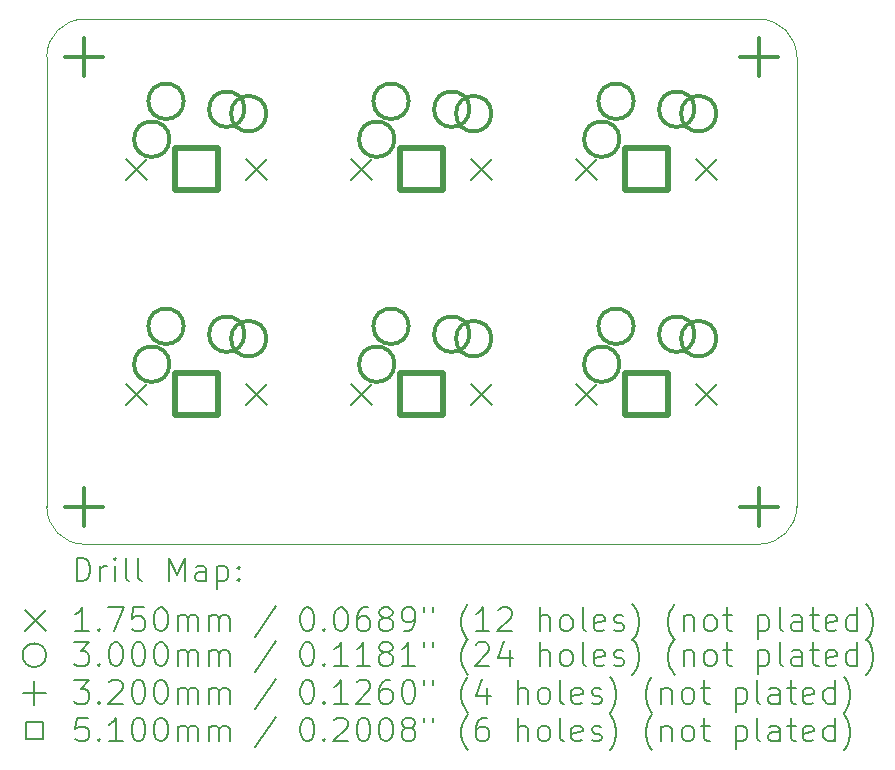
<source format=gbr>
%FSLAX45Y45*%
G04 Gerber Fmt 4.5, Leading zero omitted, Abs format (unit mm)*
G04 Created by KiCad (PCBNEW (6.0.2)) date 2022-08-23 14:49:38*
%MOMM*%
%LPD*%
G01*
G04 APERTURE LIST*
%TA.AperFunction,Profile*%
%ADD10C,0.100000*%
%TD*%
%ADD11C,0.200000*%
%ADD12C,0.175000*%
%ADD13C,0.300000*%
%ADD14C,0.320000*%
%ADD15C,0.510000*%
G04 APERTURE END LIST*
D10*
X25677834Y-16013920D02*
X25677834Y-12203916D01*
X25677834Y-12203916D02*
G75*
G03*
X25360334Y-11886416I-317500J0D01*
G01*
X19645329Y-11886416D02*
X25360334Y-11886416D01*
X19327829Y-16013920D02*
G75*
G03*
X19645329Y-16331420I317500J0D01*
G01*
X25360334Y-16331420D02*
X19645329Y-16331420D01*
X19645329Y-11886416D02*
G75*
G03*
X19327829Y-12203916I0J-317500D01*
G01*
X25360334Y-16331420D02*
G75*
G03*
X25677834Y-16013920I0J317500D01*
G01*
X19327829Y-16013920D02*
X19327829Y-12203916D01*
D11*
D12*
X20002330Y-13068917D02*
X20177330Y-13243917D01*
X20177330Y-13068917D02*
X20002330Y-13243917D01*
X20002330Y-14973919D02*
X20177330Y-15148919D01*
X20177330Y-14973919D02*
X20002330Y-15148919D01*
X21018330Y-13068917D02*
X21193330Y-13243917D01*
X21193330Y-13068917D02*
X21018330Y-13243917D01*
X21018330Y-14973919D02*
X21193330Y-15148919D01*
X21193330Y-14973919D02*
X21018330Y-15148919D01*
X21907331Y-13068917D02*
X22082331Y-13243917D01*
X22082331Y-13068917D02*
X21907331Y-13243917D01*
X21907331Y-14973919D02*
X22082331Y-15148919D01*
X22082331Y-14973919D02*
X21907331Y-15148919D01*
X22923331Y-13068917D02*
X23098331Y-13243917D01*
X23098331Y-13068917D02*
X22923331Y-13243917D01*
X22923331Y-14973919D02*
X23098331Y-15148919D01*
X23098331Y-14973919D02*
X22923331Y-15148919D01*
X23812333Y-13068917D02*
X23987333Y-13243917D01*
X23987333Y-13068917D02*
X23812333Y-13243917D01*
X23812333Y-14973919D02*
X23987333Y-15148919D01*
X23987333Y-14973919D02*
X23812333Y-15148919D01*
X24828333Y-13068917D02*
X25003333Y-13243917D01*
X25003333Y-13068917D02*
X24828333Y-13243917D01*
X24828333Y-14973919D02*
X25003333Y-15148919D01*
X25003333Y-14973919D02*
X24828333Y-15148919D01*
D13*
X20366830Y-12902417D02*
G75*
G03*
X20366830Y-12902417I-150000J0D01*
G01*
X20366830Y-14807419D02*
G75*
G03*
X20366830Y-14807419I-150000J0D01*
G01*
X20487830Y-12581417D02*
G75*
G03*
X20487830Y-12581417I-150000J0D01*
G01*
X20487830Y-14486419D02*
G75*
G03*
X20487830Y-14486419I-150000J0D01*
G01*
X21001830Y-12648417D02*
G75*
G03*
X21001830Y-12648417I-150000J0D01*
G01*
X21001830Y-14553419D02*
G75*
G03*
X21001830Y-14553419I-150000J0D01*
G01*
X21187830Y-12686417D02*
G75*
G03*
X21187830Y-12686417I-150000J0D01*
G01*
X21187830Y-14591419D02*
G75*
G03*
X21187830Y-14591419I-150000J0D01*
G01*
X22271831Y-12902417D02*
G75*
G03*
X22271831Y-12902417I-150000J0D01*
G01*
X22271831Y-14807419D02*
G75*
G03*
X22271831Y-14807419I-150000J0D01*
G01*
X22392831Y-12581417D02*
G75*
G03*
X22392831Y-12581417I-150000J0D01*
G01*
X22392831Y-14486419D02*
G75*
G03*
X22392831Y-14486419I-150000J0D01*
G01*
X22906831Y-12648417D02*
G75*
G03*
X22906831Y-12648417I-150000J0D01*
G01*
X22906831Y-14553419D02*
G75*
G03*
X22906831Y-14553419I-150000J0D01*
G01*
X23092831Y-12686417D02*
G75*
G03*
X23092831Y-12686417I-150000J0D01*
G01*
X23092831Y-14591419D02*
G75*
G03*
X23092831Y-14591419I-150000J0D01*
G01*
X24176833Y-12902417D02*
G75*
G03*
X24176833Y-12902417I-150000J0D01*
G01*
X24176833Y-14807419D02*
G75*
G03*
X24176833Y-14807419I-150000J0D01*
G01*
X24297833Y-12581417D02*
G75*
G03*
X24297833Y-12581417I-150000J0D01*
G01*
X24297833Y-14486419D02*
G75*
G03*
X24297833Y-14486419I-150000J0D01*
G01*
X24811833Y-12648417D02*
G75*
G03*
X24811833Y-12648417I-150000J0D01*
G01*
X24811833Y-14553419D02*
G75*
G03*
X24811833Y-14553419I-150000J0D01*
G01*
X24997833Y-12686417D02*
G75*
G03*
X24997833Y-12686417I-150000J0D01*
G01*
X24997833Y-14591419D02*
G75*
G03*
X24997833Y-14591419I-150000J0D01*
G01*
D14*
X19645329Y-12043916D02*
X19645329Y-12363916D01*
X19485329Y-12203916D02*
X19805329Y-12203916D01*
X19645329Y-15853920D02*
X19645329Y-16173920D01*
X19485329Y-16013920D02*
X19805329Y-16013920D01*
X25360334Y-12043916D02*
X25360334Y-12363916D01*
X25200334Y-12203916D02*
X25520334Y-12203916D01*
X25360334Y-15853920D02*
X25360334Y-16173920D01*
X25200334Y-16013920D02*
X25520334Y-16013920D01*
D15*
X20778144Y-13336731D02*
X20778144Y-12976103D01*
X20417516Y-12976103D01*
X20417516Y-13336731D01*
X20778144Y-13336731D01*
X20778144Y-15241733D02*
X20778144Y-14881105D01*
X20417516Y-14881105D01*
X20417516Y-15241733D01*
X20778144Y-15241733D01*
X22683145Y-13336731D02*
X22683145Y-12976103D01*
X22322517Y-12976103D01*
X22322517Y-13336731D01*
X22683145Y-13336731D01*
X22683145Y-15241733D02*
X22683145Y-14881105D01*
X22322517Y-14881105D01*
X22322517Y-15241733D01*
X22683145Y-15241733D01*
X24588147Y-13336731D02*
X24588147Y-12976103D01*
X24227519Y-12976103D01*
X24227519Y-13336731D01*
X24588147Y-13336731D01*
X24588147Y-15241733D02*
X24588147Y-14881105D01*
X24227519Y-14881105D01*
X24227519Y-15241733D01*
X24588147Y-15241733D01*
D11*
X19580448Y-16646896D02*
X19580448Y-16446896D01*
X19628067Y-16446896D01*
X19656639Y-16456420D01*
X19675686Y-16475467D01*
X19685210Y-16494515D01*
X19694734Y-16532610D01*
X19694734Y-16561182D01*
X19685210Y-16599277D01*
X19675686Y-16618324D01*
X19656639Y-16637372D01*
X19628067Y-16646896D01*
X19580448Y-16646896D01*
X19780448Y-16646896D02*
X19780448Y-16513562D01*
X19780448Y-16551658D02*
X19789972Y-16532610D01*
X19799496Y-16523086D01*
X19818543Y-16513562D01*
X19837591Y-16513562D01*
X19904258Y-16646896D02*
X19904258Y-16513562D01*
X19904258Y-16446896D02*
X19894734Y-16456420D01*
X19904258Y-16465943D01*
X19913781Y-16456420D01*
X19904258Y-16446896D01*
X19904258Y-16465943D01*
X20028067Y-16646896D02*
X20009019Y-16637372D01*
X19999496Y-16618324D01*
X19999496Y-16446896D01*
X20132829Y-16646896D02*
X20113781Y-16637372D01*
X20104258Y-16618324D01*
X20104258Y-16446896D01*
X20361400Y-16646896D02*
X20361400Y-16446896D01*
X20428067Y-16589753D01*
X20494734Y-16446896D01*
X20494734Y-16646896D01*
X20675686Y-16646896D02*
X20675686Y-16542134D01*
X20666162Y-16523086D01*
X20647115Y-16513562D01*
X20609019Y-16513562D01*
X20589972Y-16523086D01*
X20675686Y-16637372D02*
X20656639Y-16646896D01*
X20609019Y-16646896D01*
X20589972Y-16637372D01*
X20580448Y-16618324D01*
X20580448Y-16599277D01*
X20589972Y-16580229D01*
X20609019Y-16570705D01*
X20656639Y-16570705D01*
X20675686Y-16561182D01*
X20770924Y-16513562D02*
X20770924Y-16713562D01*
X20770924Y-16523086D02*
X20789972Y-16513562D01*
X20828067Y-16513562D01*
X20847115Y-16523086D01*
X20856639Y-16532610D01*
X20866162Y-16551658D01*
X20866162Y-16608801D01*
X20856639Y-16627848D01*
X20847115Y-16637372D01*
X20828067Y-16646896D01*
X20789972Y-16646896D01*
X20770924Y-16637372D01*
X20951877Y-16627848D02*
X20961400Y-16637372D01*
X20951877Y-16646896D01*
X20942353Y-16637372D01*
X20951877Y-16627848D01*
X20951877Y-16646896D01*
X20951877Y-16523086D02*
X20961400Y-16532610D01*
X20951877Y-16542134D01*
X20942353Y-16532610D01*
X20951877Y-16523086D01*
X20951877Y-16542134D01*
D12*
X19147829Y-16888920D02*
X19322829Y-17063920D01*
X19322829Y-16888920D02*
X19147829Y-17063920D01*
D11*
X19685210Y-17066896D02*
X19570924Y-17066896D01*
X19628067Y-17066896D02*
X19628067Y-16866896D01*
X19609019Y-16895467D01*
X19589972Y-16914515D01*
X19570924Y-16924039D01*
X19770924Y-17047848D02*
X19780448Y-17057372D01*
X19770924Y-17066896D01*
X19761400Y-17057372D01*
X19770924Y-17047848D01*
X19770924Y-17066896D01*
X19847115Y-16866896D02*
X19980448Y-16866896D01*
X19894734Y-17066896D01*
X20151877Y-16866896D02*
X20056639Y-16866896D01*
X20047115Y-16962134D01*
X20056639Y-16952610D01*
X20075686Y-16943086D01*
X20123305Y-16943086D01*
X20142353Y-16952610D01*
X20151877Y-16962134D01*
X20161400Y-16981182D01*
X20161400Y-17028801D01*
X20151877Y-17047848D01*
X20142353Y-17057372D01*
X20123305Y-17066896D01*
X20075686Y-17066896D01*
X20056639Y-17057372D01*
X20047115Y-17047848D01*
X20285210Y-16866896D02*
X20304258Y-16866896D01*
X20323305Y-16876420D01*
X20332829Y-16885944D01*
X20342353Y-16904991D01*
X20351877Y-16943086D01*
X20351877Y-16990705D01*
X20342353Y-17028801D01*
X20332829Y-17047848D01*
X20323305Y-17057372D01*
X20304258Y-17066896D01*
X20285210Y-17066896D01*
X20266162Y-17057372D01*
X20256639Y-17047848D01*
X20247115Y-17028801D01*
X20237591Y-16990705D01*
X20237591Y-16943086D01*
X20247115Y-16904991D01*
X20256639Y-16885944D01*
X20266162Y-16876420D01*
X20285210Y-16866896D01*
X20437591Y-17066896D02*
X20437591Y-16933563D01*
X20437591Y-16952610D02*
X20447115Y-16943086D01*
X20466162Y-16933563D01*
X20494734Y-16933563D01*
X20513781Y-16943086D01*
X20523305Y-16962134D01*
X20523305Y-17066896D01*
X20523305Y-16962134D02*
X20532829Y-16943086D01*
X20551877Y-16933563D01*
X20580448Y-16933563D01*
X20599496Y-16943086D01*
X20609019Y-16962134D01*
X20609019Y-17066896D01*
X20704258Y-17066896D02*
X20704258Y-16933563D01*
X20704258Y-16952610D02*
X20713781Y-16943086D01*
X20732829Y-16933563D01*
X20761400Y-16933563D01*
X20780448Y-16943086D01*
X20789972Y-16962134D01*
X20789972Y-17066896D01*
X20789972Y-16962134D02*
X20799496Y-16943086D01*
X20818543Y-16933563D01*
X20847115Y-16933563D01*
X20866162Y-16943086D01*
X20875686Y-16962134D01*
X20875686Y-17066896D01*
X21266162Y-16857372D02*
X21094734Y-17114515D01*
X21523305Y-16866896D02*
X21542353Y-16866896D01*
X21561400Y-16876420D01*
X21570924Y-16885944D01*
X21580448Y-16904991D01*
X21589972Y-16943086D01*
X21589972Y-16990705D01*
X21580448Y-17028801D01*
X21570924Y-17047848D01*
X21561400Y-17057372D01*
X21542353Y-17066896D01*
X21523305Y-17066896D01*
X21504258Y-17057372D01*
X21494734Y-17047848D01*
X21485210Y-17028801D01*
X21475686Y-16990705D01*
X21475686Y-16943086D01*
X21485210Y-16904991D01*
X21494734Y-16885944D01*
X21504258Y-16876420D01*
X21523305Y-16866896D01*
X21675686Y-17047848D02*
X21685210Y-17057372D01*
X21675686Y-17066896D01*
X21666162Y-17057372D01*
X21675686Y-17047848D01*
X21675686Y-17066896D01*
X21809019Y-16866896D02*
X21828067Y-16866896D01*
X21847115Y-16876420D01*
X21856639Y-16885944D01*
X21866162Y-16904991D01*
X21875686Y-16943086D01*
X21875686Y-16990705D01*
X21866162Y-17028801D01*
X21856639Y-17047848D01*
X21847115Y-17057372D01*
X21828067Y-17066896D01*
X21809019Y-17066896D01*
X21789972Y-17057372D01*
X21780448Y-17047848D01*
X21770924Y-17028801D01*
X21761400Y-16990705D01*
X21761400Y-16943086D01*
X21770924Y-16904991D01*
X21780448Y-16885944D01*
X21789972Y-16876420D01*
X21809019Y-16866896D01*
X22047115Y-16866896D02*
X22009019Y-16866896D01*
X21989972Y-16876420D01*
X21980448Y-16885944D01*
X21961400Y-16914515D01*
X21951877Y-16952610D01*
X21951877Y-17028801D01*
X21961400Y-17047848D01*
X21970924Y-17057372D01*
X21989972Y-17066896D01*
X22028067Y-17066896D01*
X22047115Y-17057372D01*
X22056639Y-17047848D01*
X22066162Y-17028801D01*
X22066162Y-16981182D01*
X22056639Y-16962134D01*
X22047115Y-16952610D01*
X22028067Y-16943086D01*
X21989972Y-16943086D01*
X21970924Y-16952610D01*
X21961400Y-16962134D01*
X21951877Y-16981182D01*
X22180448Y-16952610D02*
X22161400Y-16943086D01*
X22151877Y-16933563D01*
X22142353Y-16914515D01*
X22142353Y-16904991D01*
X22151877Y-16885944D01*
X22161400Y-16876420D01*
X22180448Y-16866896D01*
X22218543Y-16866896D01*
X22237591Y-16876420D01*
X22247115Y-16885944D01*
X22256639Y-16904991D01*
X22256639Y-16914515D01*
X22247115Y-16933563D01*
X22237591Y-16943086D01*
X22218543Y-16952610D01*
X22180448Y-16952610D01*
X22161400Y-16962134D01*
X22151877Y-16971658D01*
X22142353Y-16990705D01*
X22142353Y-17028801D01*
X22151877Y-17047848D01*
X22161400Y-17057372D01*
X22180448Y-17066896D01*
X22218543Y-17066896D01*
X22237591Y-17057372D01*
X22247115Y-17047848D01*
X22256639Y-17028801D01*
X22256639Y-16990705D01*
X22247115Y-16971658D01*
X22237591Y-16962134D01*
X22218543Y-16952610D01*
X22351877Y-17066896D02*
X22389972Y-17066896D01*
X22409019Y-17057372D01*
X22418543Y-17047848D01*
X22437591Y-17019277D01*
X22447115Y-16981182D01*
X22447115Y-16904991D01*
X22437591Y-16885944D01*
X22428067Y-16876420D01*
X22409019Y-16866896D01*
X22370924Y-16866896D01*
X22351877Y-16876420D01*
X22342353Y-16885944D01*
X22332829Y-16904991D01*
X22332829Y-16952610D01*
X22342353Y-16971658D01*
X22351877Y-16981182D01*
X22370924Y-16990705D01*
X22409019Y-16990705D01*
X22428067Y-16981182D01*
X22437591Y-16971658D01*
X22447115Y-16952610D01*
X22523305Y-16866896D02*
X22523305Y-16904991D01*
X22599496Y-16866896D02*
X22599496Y-16904991D01*
X22894734Y-17143086D02*
X22885210Y-17133563D01*
X22866162Y-17104991D01*
X22856638Y-17085944D01*
X22847115Y-17057372D01*
X22837591Y-17009753D01*
X22837591Y-16971658D01*
X22847115Y-16924039D01*
X22856638Y-16895467D01*
X22866162Y-16876420D01*
X22885210Y-16847848D01*
X22894734Y-16838324D01*
X23075686Y-17066896D02*
X22961400Y-17066896D01*
X23018543Y-17066896D02*
X23018543Y-16866896D01*
X22999496Y-16895467D01*
X22980448Y-16914515D01*
X22961400Y-16924039D01*
X23151877Y-16885944D02*
X23161400Y-16876420D01*
X23180448Y-16866896D01*
X23228067Y-16866896D01*
X23247115Y-16876420D01*
X23256638Y-16885944D01*
X23266162Y-16904991D01*
X23266162Y-16924039D01*
X23256638Y-16952610D01*
X23142353Y-17066896D01*
X23266162Y-17066896D01*
X23504257Y-17066896D02*
X23504257Y-16866896D01*
X23589972Y-17066896D02*
X23589972Y-16962134D01*
X23580448Y-16943086D01*
X23561400Y-16933563D01*
X23532829Y-16933563D01*
X23513781Y-16943086D01*
X23504257Y-16952610D01*
X23713781Y-17066896D02*
X23694734Y-17057372D01*
X23685210Y-17047848D01*
X23675686Y-17028801D01*
X23675686Y-16971658D01*
X23685210Y-16952610D01*
X23694734Y-16943086D01*
X23713781Y-16933563D01*
X23742353Y-16933563D01*
X23761400Y-16943086D01*
X23770924Y-16952610D01*
X23780448Y-16971658D01*
X23780448Y-17028801D01*
X23770924Y-17047848D01*
X23761400Y-17057372D01*
X23742353Y-17066896D01*
X23713781Y-17066896D01*
X23894734Y-17066896D02*
X23875686Y-17057372D01*
X23866162Y-17038324D01*
X23866162Y-16866896D01*
X24047115Y-17057372D02*
X24028067Y-17066896D01*
X23989972Y-17066896D01*
X23970924Y-17057372D01*
X23961400Y-17038324D01*
X23961400Y-16962134D01*
X23970924Y-16943086D01*
X23989972Y-16933563D01*
X24028067Y-16933563D01*
X24047115Y-16943086D01*
X24056638Y-16962134D01*
X24056638Y-16981182D01*
X23961400Y-17000229D01*
X24132829Y-17057372D02*
X24151877Y-17066896D01*
X24189972Y-17066896D01*
X24209019Y-17057372D01*
X24218543Y-17038324D01*
X24218543Y-17028801D01*
X24209019Y-17009753D01*
X24189972Y-17000229D01*
X24161400Y-17000229D01*
X24142353Y-16990705D01*
X24132829Y-16971658D01*
X24132829Y-16962134D01*
X24142353Y-16943086D01*
X24161400Y-16933563D01*
X24189972Y-16933563D01*
X24209019Y-16943086D01*
X24285210Y-17143086D02*
X24294734Y-17133563D01*
X24313781Y-17104991D01*
X24323305Y-17085944D01*
X24332829Y-17057372D01*
X24342353Y-17009753D01*
X24342353Y-16971658D01*
X24332829Y-16924039D01*
X24323305Y-16895467D01*
X24313781Y-16876420D01*
X24294734Y-16847848D01*
X24285210Y-16838324D01*
X24647115Y-17143086D02*
X24637591Y-17133563D01*
X24618543Y-17104991D01*
X24609019Y-17085944D01*
X24599496Y-17057372D01*
X24589972Y-17009753D01*
X24589972Y-16971658D01*
X24599496Y-16924039D01*
X24609019Y-16895467D01*
X24618543Y-16876420D01*
X24637591Y-16847848D01*
X24647115Y-16838324D01*
X24723305Y-16933563D02*
X24723305Y-17066896D01*
X24723305Y-16952610D02*
X24732829Y-16943086D01*
X24751877Y-16933563D01*
X24780448Y-16933563D01*
X24799496Y-16943086D01*
X24809019Y-16962134D01*
X24809019Y-17066896D01*
X24932829Y-17066896D02*
X24913781Y-17057372D01*
X24904257Y-17047848D01*
X24894734Y-17028801D01*
X24894734Y-16971658D01*
X24904257Y-16952610D01*
X24913781Y-16943086D01*
X24932829Y-16933563D01*
X24961400Y-16933563D01*
X24980448Y-16943086D01*
X24989972Y-16952610D01*
X24999496Y-16971658D01*
X24999496Y-17028801D01*
X24989972Y-17047848D01*
X24980448Y-17057372D01*
X24961400Y-17066896D01*
X24932829Y-17066896D01*
X25056638Y-16933563D02*
X25132829Y-16933563D01*
X25085210Y-16866896D02*
X25085210Y-17038324D01*
X25094734Y-17057372D01*
X25113781Y-17066896D01*
X25132829Y-17066896D01*
X25351877Y-16933563D02*
X25351877Y-17133563D01*
X25351877Y-16943086D02*
X25370924Y-16933563D01*
X25409019Y-16933563D01*
X25428067Y-16943086D01*
X25437591Y-16952610D01*
X25447115Y-16971658D01*
X25447115Y-17028801D01*
X25437591Y-17047848D01*
X25428067Y-17057372D01*
X25409019Y-17066896D01*
X25370924Y-17066896D01*
X25351877Y-17057372D01*
X25561400Y-17066896D02*
X25542353Y-17057372D01*
X25532829Y-17038324D01*
X25532829Y-16866896D01*
X25723305Y-17066896D02*
X25723305Y-16962134D01*
X25713781Y-16943086D01*
X25694734Y-16933563D01*
X25656638Y-16933563D01*
X25637591Y-16943086D01*
X25723305Y-17057372D02*
X25704257Y-17066896D01*
X25656638Y-17066896D01*
X25637591Y-17057372D01*
X25628067Y-17038324D01*
X25628067Y-17019277D01*
X25637591Y-17000229D01*
X25656638Y-16990705D01*
X25704257Y-16990705D01*
X25723305Y-16981182D01*
X25789972Y-16933563D02*
X25866162Y-16933563D01*
X25818543Y-16866896D02*
X25818543Y-17038324D01*
X25828067Y-17057372D01*
X25847115Y-17066896D01*
X25866162Y-17066896D01*
X26009019Y-17057372D02*
X25989972Y-17066896D01*
X25951877Y-17066896D01*
X25932829Y-17057372D01*
X25923305Y-17038324D01*
X25923305Y-16962134D01*
X25932829Y-16943086D01*
X25951877Y-16933563D01*
X25989972Y-16933563D01*
X26009019Y-16943086D01*
X26018543Y-16962134D01*
X26018543Y-16981182D01*
X25923305Y-17000229D01*
X26189972Y-17066896D02*
X26189972Y-16866896D01*
X26189972Y-17057372D02*
X26170924Y-17066896D01*
X26132829Y-17066896D01*
X26113781Y-17057372D01*
X26104257Y-17047848D01*
X26094734Y-17028801D01*
X26094734Y-16971658D01*
X26104257Y-16952610D01*
X26113781Y-16943086D01*
X26132829Y-16933563D01*
X26170924Y-16933563D01*
X26189972Y-16943086D01*
X26266162Y-17143086D02*
X26275686Y-17133563D01*
X26294734Y-17104991D01*
X26304257Y-17085944D01*
X26313781Y-17057372D01*
X26323305Y-17009753D01*
X26323305Y-16971658D01*
X26313781Y-16924039D01*
X26304257Y-16895467D01*
X26294734Y-16876420D01*
X26275686Y-16847848D01*
X26266162Y-16838324D01*
X19322829Y-17271420D02*
G75*
G03*
X19322829Y-17271420I-100000J0D01*
G01*
X19561400Y-17161896D02*
X19685210Y-17161896D01*
X19618543Y-17238086D01*
X19647115Y-17238086D01*
X19666162Y-17247610D01*
X19675686Y-17257134D01*
X19685210Y-17276182D01*
X19685210Y-17323801D01*
X19675686Y-17342848D01*
X19666162Y-17352372D01*
X19647115Y-17361896D01*
X19589972Y-17361896D01*
X19570924Y-17352372D01*
X19561400Y-17342848D01*
X19770924Y-17342848D02*
X19780448Y-17352372D01*
X19770924Y-17361896D01*
X19761400Y-17352372D01*
X19770924Y-17342848D01*
X19770924Y-17361896D01*
X19904258Y-17161896D02*
X19923305Y-17161896D01*
X19942353Y-17171420D01*
X19951877Y-17180944D01*
X19961400Y-17199991D01*
X19970924Y-17238086D01*
X19970924Y-17285705D01*
X19961400Y-17323801D01*
X19951877Y-17342848D01*
X19942353Y-17352372D01*
X19923305Y-17361896D01*
X19904258Y-17361896D01*
X19885210Y-17352372D01*
X19875686Y-17342848D01*
X19866162Y-17323801D01*
X19856639Y-17285705D01*
X19856639Y-17238086D01*
X19866162Y-17199991D01*
X19875686Y-17180944D01*
X19885210Y-17171420D01*
X19904258Y-17161896D01*
X20094734Y-17161896D02*
X20113781Y-17161896D01*
X20132829Y-17171420D01*
X20142353Y-17180944D01*
X20151877Y-17199991D01*
X20161400Y-17238086D01*
X20161400Y-17285705D01*
X20151877Y-17323801D01*
X20142353Y-17342848D01*
X20132829Y-17352372D01*
X20113781Y-17361896D01*
X20094734Y-17361896D01*
X20075686Y-17352372D01*
X20066162Y-17342848D01*
X20056639Y-17323801D01*
X20047115Y-17285705D01*
X20047115Y-17238086D01*
X20056639Y-17199991D01*
X20066162Y-17180944D01*
X20075686Y-17171420D01*
X20094734Y-17161896D01*
X20285210Y-17161896D02*
X20304258Y-17161896D01*
X20323305Y-17171420D01*
X20332829Y-17180944D01*
X20342353Y-17199991D01*
X20351877Y-17238086D01*
X20351877Y-17285705D01*
X20342353Y-17323801D01*
X20332829Y-17342848D01*
X20323305Y-17352372D01*
X20304258Y-17361896D01*
X20285210Y-17361896D01*
X20266162Y-17352372D01*
X20256639Y-17342848D01*
X20247115Y-17323801D01*
X20237591Y-17285705D01*
X20237591Y-17238086D01*
X20247115Y-17199991D01*
X20256639Y-17180944D01*
X20266162Y-17171420D01*
X20285210Y-17161896D01*
X20437591Y-17361896D02*
X20437591Y-17228563D01*
X20437591Y-17247610D02*
X20447115Y-17238086D01*
X20466162Y-17228563D01*
X20494734Y-17228563D01*
X20513781Y-17238086D01*
X20523305Y-17257134D01*
X20523305Y-17361896D01*
X20523305Y-17257134D02*
X20532829Y-17238086D01*
X20551877Y-17228563D01*
X20580448Y-17228563D01*
X20599496Y-17238086D01*
X20609019Y-17257134D01*
X20609019Y-17361896D01*
X20704258Y-17361896D02*
X20704258Y-17228563D01*
X20704258Y-17247610D02*
X20713781Y-17238086D01*
X20732829Y-17228563D01*
X20761400Y-17228563D01*
X20780448Y-17238086D01*
X20789972Y-17257134D01*
X20789972Y-17361896D01*
X20789972Y-17257134D02*
X20799496Y-17238086D01*
X20818543Y-17228563D01*
X20847115Y-17228563D01*
X20866162Y-17238086D01*
X20875686Y-17257134D01*
X20875686Y-17361896D01*
X21266162Y-17152372D02*
X21094734Y-17409515D01*
X21523305Y-17161896D02*
X21542353Y-17161896D01*
X21561400Y-17171420D01*
X21570924Y-17180944D01*
X21580448Y-17199991D01*
X21589972Y-17238086D01*
X21589972Y-17285705D01*
X21580448Y-17323801D01*
X21570924Y-17342848D01*
X21561400Y-17352372D01*
X21542353Y-17361896D01*
X21523305Y-17361896D01*
X21504258Y-17352372D01*
X21494734Y-17342848D01*
X21485210Y-17323801D01*
X21475686Y-17285705D01*
X21475686Y-17238086D01*
X21485210Y-17199991D01*
X21494734Y-17180944D01*
X21504258Y-17171420D01*
X21523305Y-17161896D01*
X21675686Y-17342848D02*
X21685210Y-17352372D01*
X21675686Y-17361896D01*
X21666162Y-17352372D01*
X21675686Y-17342848D01*
X21675686Y-17361896D01*
X21875686Y-17361896D02*
X21761400Y-17361896D01*
X21818543Y-17361896D02*
X21818543Y-17161896D01*
X21799496Y-17190467D01*
X21780448Y-17209515D01*
X21761400Y-17219039D01*
X22066162Y-17361896D02*
X21951877Y-17361896D01*
X22009019Y-17361896D02*
X22009019Y-17161896D01*
X21989972Y-17190467D01*
X21970924Y-17209515D01*
X21951877Y-17219039D01*
X22180448Y-17247610D02*
X22161400Y-17238086D01*
X22151877Y-17228563D01*
X22142353Y-17209515D01*
X22142353Y-17199991D01*
X22151877Y-17180944D01*
X22161400Y-17171420D01*
X22180448Y-17161896D01*
X22218543Y-17161896D01*
X22237591Y-17171420D01*
X22247115Y-17180944D01*
X22256639Y-17199991D01*
X22256639Y-17209515D01*
X22247115Y-17228563D01*
X22237591Y-17238086D01*
X22218543Y-17247610D01*
X22180448Y-17247610D01*
X22161400Y-17257134D01*
X22151877Y-17266658D01*
X22142353Y-17285705D01*
X22142353Y-17323801D01*
X22151877Y-17342848D01*
X22161400Y-17352372D01*
X22180448Y-17361896D01*
X22218543Y-17361896D01*
X22237591Y-17352372D01*
X22247115Y-17342848D01*
X22256639Y-17323801D01*
X22256639Y-17285705D01*
X22247115Y-17266658D01*
X22237591Y-17257134D01*
X22218543Y-17247610D01*
X22447115Y-17361896D02*
X22332829Y-17361896D01*
X22389972Y-17361896D02*
X22389972Y-17161896D01*
X22370924Y-17190467D01*
X22351877Y-17209515D01*
X22332829Y-17219039D01*
X22523305Y-17161896D02*
X22523305Y-17199991D01*
X22599496Y-17161896D02*
X22599496Y-17199991D01*
X22894734Y-17438086D02*
X22885210Y-17428563D01*
X22866162Y-17399991D01*
X22856638Y-17380944D01*
X22847115Y-17352372D01*
X22837591Y-17304753D01*
X22837591Y-17266658D01*
X22847115Y-17219039D01*
X22856638Y-17190467D01*
X22866162Y-17171420D01*
X22885210Y-17142848D01*
X22894734Y-17133324D01*
X22961400Y-17180944D02*
X22970924Y-17171420D01*
X22989972Y-17161896D01*
X23037591Y-17161896D01*
X23056638Y-17171420D01*
X23066162Y-17180944D01*
X23075686Y-17199991D01*
X23075686Y-17219039D01*
X23066162Y-17247610D01*
X22951877Y-17361896D01*
X23075686Y-17361896D01*
X23247115Y-17228563D02*
X23247115Y-17361896D01*
X23199496Y-17152372D02*
X23151877Y-17295229D01*
X23275686Y-17295229D01*
X23504257Y-17361896D02*
X23504257Y-17161896D01*
X23589972Y-17361896D02*
X23589972Y-17257134D01*
X23580448Y-17238086D01*
X23561400Y-17228563D01*
X23532829Y-17228563D01*
X23513781Y-17238086D01*
X23504257Y-17247610D01*
X23713781Y-17361896D02*
X23694734Y-17352372D01*
X23685210Y-17342848D01*
X23675686Y-17323801D01*
X23675686Y-17266658D01*
X23685210Y-17247610D01*
X23694734Y-17238086D01*
X23713781Y-17228563D01*
X23742353Y-17228563D01*
X23761400Y-17238086D01*
X23770924Y-17247610D01*
X23780448Y-17266658D01*
X23780448Y-17323801D01*
X23770924Y-17342848D01*
X23761400Y-17352372D01*
X23742353Y-17361896D01*
X23713781Y-17361896D01*
X23894734Y-17361896D02*
X23875686Y-17352372D01*
X23866162Y-17333324D01*
X23866162Y-17161896D01*
X24047115Y-17352372D02*
X24028067Y-17361896D01*
X23989972Y-17361896D01*
X23970924Y-17352372D01*
X23961400Y-17333324D01*
X23961400Y-17257134D01*
X23970924Y-17238086D01*
X23989972Y-17228563D01*
X24028067Y-17228563D01*
X24047115Y-17238086D01*
X24056638Y-17257134D01*
X24056638Y-17276182D01*
X23961400Y-17295229D01*
X24132829Y-17352372D02*
X24151877Y-17361896D01*
X24189972Y-17361896D01*
X24209019Y-17352372D01*
X24218543Y-17333324D01*
X24218543Y-17323801D01*
X24209019Y-17304753D01*
X24189972Y-17295229D01*
X24161400Y-17295229D01*
X24142353Y-17285705D01*
X24132829Y-17266658D01*
X24132829Y-17257134D01*
X24142353Y-17238086D01*
X24161400Y-17228563D01*
X24189972Y-17228563D01*
X24209019Y-17238086D01*
X24285210Y-17438086D02*
X24294734Y-17428563D01*
X24313781Y-17399991D01*
X24323305Y-17380944D01*
X24332829Y-17352372D01*
X24342353Y-17304753D01*
X24342353Y-17266658D01*
X24332829Y-17219039D01*
X24323305Y-17190467D01*
X24313781Y-17171420D01*
X24294734Y-17142848D01*
X24285210Y-17133324D01*
X24647115Y-17438086D02*
X24637591Y-17428563D01*
X24618543Y-17399991D01*
X24609019Y-17380944D01*
X24599496Y-17352372D01*
X24589972Y-17304753D01*
X24589972Y-17266658D01*
X24599496Y-17219039D01*
X24609019Y-17190467D01*
X24618543Y-17171420D01*
X24637591Y-17142848D01*
X24647115Y-17133324D01*
X24723305Y-17228563D02*
X24723305Y-17361896D01*
X24723305Y-17247610D02*
X24732829Y-17238086D01*
X24751877Y-17228563D01*
X24780448Y-17228563D01*
X24799496Y-17238086D01*
X24809019Y-17257134D01*
X24809019Y-17361896D01*
X24932829Y-17361896D02*
X24913781Y-17352372D01*
X24904257Y-17342848D01*
X24894734Y-17323801D01*
X24894734Y-17266658D01*
X24904257Y-17247610D01*
X24913781Y-17238086D01*
X24932829Y-17228563D01*
X24961400Y-17228563D01*
X24980448Y-17238086D01*
X24989972Y-17247610D01*
X24999496Y-17266658D01*
X24999496Y-17323801D01*
X24989972Y-17342848D01*
X24980448Y-17352372D01*
X24961400Y-17361896D01*
X24932829Y-17361896D01*
X25056638Y-17228563D02*
X25132829Y-17228563D01*
X25085210Y-17161896D02*
X25085210Y-17333324D01*
X25094734Y-17352372D01*
X25113781Y-17361896D01*
X25132829Y-17361896D01*
X25351877Y-17228563D02*
X25351877Y-17428563D01*
X25351877Y-17238086D02*
X25370924Y-17228563D01*
X25409019Y-17228563D01*
X25428067Y-17238086D01*
X25437591Y-17247610D01*
X25447115Y-17266658D01*
X25447115Y-17323801D01*
X25437591Y-17342848D01*
X25428067Y-17352372D01*
X25409019Y-17361896D01*
X25370924Y-17361896D01*
X25351877Y-17352372D01*
X25561400Y-17361896D02*
X25542353Y-17352372D01*
X25532829Y-17333324D01*
X25532829Y-17161896D01*
X25723305Y-17361896D02*
X25723305Y-17257134D01*
X25713781Y-17238086D01*
X25694734Y-17228563D01*
X25656638Y-17228563D01*
X25637591Y-17238086D01*
X25723305Y-17352372D02*
X25704257Y-17361896D01*
X25656638Y-17361896D01*
X25637591Y-17352372D01*
X25628067Y-17333324D01*
X25628067Y-17314277D01*
X25637591Y-17295229D01*
X25656638Y-17285705D01*
X25704257Y-17285705D01*
X25723305Y-17276182D01*
X25789972Y-17228563D02*
X25866162Y-17228563D01*
X25818543Y-17161896D02*
X25818543Y-17333324D01*
X25828067Y-17352372D01*
X25847115Y-17361896D01*
X25866162Y-17361896D01*
X26009019Y-17352372D02*
X25989972Y-17361896D01*
X25951877Y-17361896D01*
X25932829Y-17352372D01*
X25923305Y-17333324D01*
X25923305Y-17257134D01*
X25932829Y-17238086D01*
X25951877Y-17228563D01*
X25989972Y-17228563D01*
X26009019Y-17238086D01*
X26018543Y-17257134D01*
X26018543Y-17276182D01*
X25923305Y-17295229D01*
X26189972Y-17361896D02*
X26189972Y-17161896D01*
X26189972Y-17352372D02*
X26170924Y-17361896D01*
X26132829Y-17361896D01*
X26113781Y-17352372D01*
X26104257Y-17342848D01*
X26094734Y-17323801D01*
X26094734Y-17266658D01*
X26104257Y-17247610D01*
X26113781Y-17238086D01*
X26132829Y-17228563D01*
X26170924Y-17228563D01*
X26189972Y-17238086D01*
X26266162Y-17438086D02*
X26275686Y-17428563D01*
X26294734Y-17399991D01*
X26304257Y-17380944D01*
X26313781Y-17352372D01*
X26323305Y-17304753D01*
X26323305Y-17266658D01*
X26313781Y-17219039D01*
X26304257Y-17190467D01*
X26294734Y-17171420D01*
X26275686Y-17142848D01*
X26266162Y-17133324D01*
X19222829Y-17491420D02*
X19222829Y-17691420D01*
X19122829Y-17591420D02*
X19322829Y-17591420D01*
X19561400Y-17481896D02*
X19685210Y-17481896D01*
X19618543Y-17558086D01*
X19647115Y-17558086D01*
X19666162Y-17567610D01*
X19675686Y-17577134D01*
X19685210Y-17596182D01*
X19685210Y-17643801D01*
X19675686Y-17662848D01*
X19666162Y-17672372D01*
X19647115Y-17681896D01*
X19589972Y-17681896D01*
X19570924Y-17672372D01*
X19561400Y-17662848D01*
X19770924Y-17662848D02*
X19780448Y-17672372D01*
X19770924Y-17681896D01*
X19761400Y-17672372D01*
X19770924Y-17662848D01*
X19770924Y-17681896D01*
X19856639Y-17500944D02*
X19866162Y-17491420D01*
X19885210Y-17481896D01*
X19932829Y-17481896D01*
X19951877Y-17491420D01*
X19961400Y-17500944D01*
X19970924Y-17519991D01*
X19970924Y-17539039D01*
X19961400Y-17567610D01*
X19847115Y-17681896D01*
X19970924Y-17681896D01*
X20094734Y-17481896D02*
X20113781Y-17481896D01*
X20132829Y-17491420D01*
X20142353Y-17500944D01*
X20151877Y-17519991D01*
X20161400Y-17558086D01*
X20161400Y-17605705D01*
X20151877Y-17643801D01*
X20142353Y-17662848D01*
X20132829Y-17672372D01*
X20113781Y-17681896D01*
X20094734Y-17681896D01*
X20075686Y-17672372D01*
X20066162Y-17662848D01*
X20056639Y-17643801D01*
X20047115Y-17605705D01*
X20047115Y-17558086D01*
X20056639Y-17519991D01*
X20066162Y-17500944D01*
X20075686Y-17491420D01*
X20094734Y-17481896D01*
X20285210Y-17481896D02*
X20304258Y-17481896D01*
X20323305Y-17491420D01*
X20332829Y-17500944D01*
X20342353Y-17519991D01*
X20351877Y-17558086D01*
X20351877Y-17605705D01*
X20342353Y-17643801D01*
X20332829Y-17662848D01*
X20323305Y-17672372D01*
X20304258Y-17681896D01*
X20285210Y-17681896D01*
X20266162Y-17672372D01*
X20256639Y-17662848D01*
X20247115Y-17643801D01*
X20237591Y-17605705D01*
X20237591Y-17558086D01*
X20247115Y-17519991D01*
X20256639Y-17500944D01*
X20266162Y-17491420D01*
X20285210Y-17481896D01*
X20437591Y-17681896D02*
X20437591Y-17548563D01*
X20437591Y-17567610D02*
X20447115Y-17558086D01*
X20466162Y-17548563D01*
X20494734Y-17548563D01*
X20513781Y-17558086D01*
X20523305Y-17577134D01*
X20523305Y-17681896D01*
X20523305Y-17577134D02*
X20532829Y-17558086D01*
X20551877Y-17548563D01*
X20580448Y-17548563D01*
X20599496Y-17558086D01*
X20609019Y-17577134D01*
X20609019Y-17681896D01*
X20704258Y-17681896D02*
X20704258Y-17548563D01*
X20704258Y-17567610D02*
X20713781Y-17558086D01*
X20732829Y-17548563D01*
X20761400Y-17548563D01*
X20780448Y-17558086D01*
X20789972Y-17577134D01*
X20789972Y-17681896D01*
X20789972Y-17577134D02*
X20799496Y-17558086D01*
X20818543Y-17548563D01*
X20847115Y-17548563D01*
X20866162Y-17558086D01*
X20875686Y-17577134D01*
X20875686Y-17681896D01*
X21266162Y-17472372D02*
X21094734Y-17729515D01*
X21523305Y-17481896D02*
X21542353Y-17481896D01*
X21561400Y-17491420D01*
X21570924Y-17500944D01*
X21580448Y-17519991D01*
X21589972Y-17558086D01*
X21589972Y-17605705D01*
X21580448Y-17643801D01*
X21570924Y-17662848D01*
X21561400Y-17672372D01*
X21542353Y-17681896D01*
X21523305Y-17681896D01*
X21504258Y-17672372D01*
X21494734Y-17662848D01*
X21485210Y-17643801D01*
X21475686Y-17605705D01*
X21475686Y-17558086D01*
X21485210Y-17519991D01*
X21494734Y-17500944D01*
X21504258Y-17491420D01*
X21523305Y-17481896D01*
X21675686Y-17662848D02*
X21685210Y-17672372D01*
X21675686Y-17681896D01*
X21666162Y-17672372D01*
X21675686Y-17662848D01*
X21675686Y-17681896D01*
X21875686Y-17681896D02*
X21761400Y-17681896D01*
X21818543Y-17681896D02*
X21818543Y-17481896D01*
X21799496Y-17510467D01*
X21780448Y-17529515D01*
X21761400Y-17539039D01*
X21951877Y-17500944D02*
X21961400Y-17491420D01*
X21980448Y-17481896D01*
X22028067Y-17481896D01*
X22047115Y-17491420D01*
X22056639Y-17500944D01*
X22066162Y-17519991D01*
X22066162Y-17539039D01*
X22056639Y-17567610D01*
X21942353Y-17681896D01*
X22066162Y-17681896D01*
X22237591Y-17481896D02*
X22199496Y-17481896D01*
X22180448Y-17491420D01*
X22170924Y-17500944D01*
X22151877Y-17529515D01*
X22142353Y-17567610D01*
X22142353Y-17643801D01*
X22151877Y-17662848D01*
X22161400Y-17672372D01*
X22180448Y-17681896D01*
X22218543Y-17681896D01*
X22237591Y-17672372D01*
X22247115Y-17662848D01*
X22256639Y-17643801D01*
X22256639Y-17596182D01*
X22247115Y-17577134D01*
X22237591Y-17567610D01*
X22218543Y-17558086D01*
X22180448Y-17558086D01*
X22161400Y-17567610D01*
X22151877Y-17577134D01*
X22142353Y-17596182D01*
X22380448Y-17481896D02*
X22399496Y-17481896D01*
X22418543Y-17491420D01*
X22428067Y-17500944D01*
X22437591Y-17519991D01*
X22447115Y-17558086D01*
X22447115Y-17605705D01*
X22437591Y-17643801D01*
X22428067Y-17662848D01*
X22418543Y-17672372D01*
X22399496Y-17681896D01*
X22380448Y-17681896D01*
X22361400Y-17672372D01*
X22351877Y-17662848D01*
X22342353Y-17643801D01*
X22332829Y-17605705D01*
X22332829Y-17558086D01*
X22342353Y-17519991D01*
X22351877Y-17500944D01*
X22361400Y-17491420D01*
X22380448Y-17481896D01*
X22523305Y-17481896D02*
X22523305Y-17519991D01*
X22599496Y-17481896D02*
X22599496Y-17519991D01*
X22894734Y-17758086D02*
X22885210Y-17748563D01*
X22866162Y-17719991D01*
X22856638Y-17700944D01*
X22847115Y-17672372D01*
X22837591Y-17624753D01*
X22837591Y-17586658D01*
X22847115Y-17539039D01*
X22856638Y-17510467D01*
X22866162Y-17491420D01*
X22885210Y-17462848D01*
X22894734Y-17453324D01*
X23056638Y-17548563D02*
X23056638Y-17681896D01*
X23009019Y-17472372D02*
X22961400Y-17615229D01*
X23085210Y-17615229D01*
X23313781Y-17681896D02*
X23313781Y-17481896D01*
X23399496Y-17681896D02*
X23399496Y-17577134D01*
X23389972Y-17558086D01*
X23370924Y-17548563D01*
X23342353Y-17548563D01*
X23323305Y-17558086D01*
X23313781Y-17567610D01*
X23523305Y-17681896D02*
X23504257Y-17672372D01*
X23494734Y-17662848D01*
X23485210Y-17643801D01*
X23485210Y-17586658D01*
X23494734Y-17567610D01*
X23504257Y-17558086D01*
X23523305Y-17548563D01*
X23551877Y-17548563D01*
X23570924Y-17558086D01*
X23580448Y-17567610D01*
X23589972Y-17586658D01*
X23589972Y-17643801D01*
X23580448Y-17662848D01*
X23570924Y-17672372D01*
X23551877Y-17681896D01*
X23523305Y-17681896D01*
X23704257Y-17681896D02*
X23685210Y-17672372D01*
X23675686Y-17653324D01*
X23675686Y-17481896D01*
X23856638Y-17672372D02*
X23837591Y-17681896D01*
X23799496Y-17681896D01*
X23780448Y-17672372D01*
X23770924Y-17653324D01*
X23770924Y-17577134D01*
X23780448Y-17558086D01*
X23799496Y-17548563D01*
X23837591Y-17548563D01*
X23856638Y-17558086D01*
X23866162Y-17577134D01*
X23866162Y-17596182D01*
X23770924Y-17615229D01*
X23942353Y-17672372D02*
X23961400Y-17681896D01*
X23999496Y-17681896D01*
X24018543Y-17672372D01*
X24028067Y-17653324D01*
X24028067Y-17643801D01*
X24018543Y-17624753D01*
X23999496Y-17615229D01*
X23970924Y-17615229D01*
X23951877Y-17605705D01*
X23942353Y-17586658D01*
X23942353Y-17577134D01*
X23951877Y-17558086D01*
X23970924Y-17548563D01*
X23999496Y-17548563D01*
X24018543Y-17558086D01*
X24094734Y-17758086D02*
X24104257Y-17748563D01*
X24123305Y-17719991D01*
X24132829Y-17700944D01*
X24142353Y-17672372D01*
X24151877Y-17624753D01*
X24151877Y-17586658D01*
X24142353Y-17539039D01*
X24132829Y-17510467D01*
X24123305Y-17491420D01*
X24104257Y-17462848D01*
X24094734Y-17453324D01*
X24456638Y-17758086D02*
X24447115Y-17748563D01*
X24428067Y-17719991D01*
X24418543Y-17700944D01*
X24409019Y-17672372D01*
X24399496Y-17624753D01*
X24399496Y-17586658D01*
X24409019Y-17539039D01*
X24418543Y-17510467D01*
X24428067Y-17491420D01*
X24447115Y-17462848D01*
X24456638Y-17453324D01*
X24532829Y-17548563D02*
X24532829Y-17681896D01*
X24532829Y-17567610D02*
X24542353Y-17558086D01*
X24561400Y-17548563D01*
X24589972Y-17548563D01*
X24609019Y-17558086D01*
X24618543Y-17577134D01*
X24618543Y-17681896D01*
X24742353Y-17681896D02*
X24723305Y-17672372D01*
X24713781Y-17662848D01*
X24704257Y-17643801D01*
X24704257Y-17586658D01*
X24713781Y-17567610D01*
X24723305Y-17558086D01*
X24742353Y-17548563D01*
X24770924Y-17548563D01*
X24789972Y-17558086D01*
X24799496Y-17567610D01*
X24809019Y-17586658D01*
X24809019Y-17643801D01*
X24799496Y-17662848D01*
X24789972Y-17672372D01*
X24770924Y-17681896D01*
X24742353Y-17681896D01*
X24866162Y-17548563D02*
X24942353Y-17548563D01*
X24894734Y-17481896D02*
X24894734Y-17653324D01*
X24904257Y-17672372D01*
X24923305Y-17681896D01*
X24942353Y-17681896D01*
X25161400Y-17548563D02*
X25161400Y-17748563D01*
X25161400Y-17558086D02*
X25180448Y-17548563D01*
X25218543Y-17548563D01*
X25237591Y-17558086D01*
X25247115Y-17567610D01*
X25256638Y-17586658D01*
X25256638Y-17643801D01*
X25247115Y-17662848D01*
X25237591Y-17672372D01*
X25218543Y-17681896D01*
X25180448Y-17681896D01*
X25161400Y-17672372D01*
X25370924Y-17681896D02*
X25351877Y-17672372D01*
X25342353Y-17653324D01*
X25342353Y-17481896D01*
X25532829Y-17681896D02*
X25532829Y-17577134D01*
X25523305Y-17558086D01*
X25504257Y-17548563D01*
X25466162Y-17548563D01*
X25447115Y-17558086D01*
X25532829Y-17672372D02*
X25513781Y-17681896D01*
X25466162Y-17681896D01*
X25447115Y-17672372D01*
X25437591Y-17653324D01*
X25437591Y-17634277D01*
X25447115Y-17615229D01*
X25466162Y-17605705D01*
X25513781Y-17605705D01*
X25532829Y-17596182D01*
X25599496Y-17548563D02*
X25675686Y-17548563D01*
X25628067Y-17481896D02*
X25628067Y-17653324D01*
X25637591Y-17672372D01*
X25656638Y-17681896D01*
X25675686Y-17681896D01*
X25818543Y-17672372D02*
X25799496Y-17681896D01*
X25761400Y-17681896D01*
X25742353Y-17672372D01*
X25732829Y-17653324D01*
X25732829Y-17577134D01*
X25742353Y-17558086D01*
X25761400Y-17548563D01*
X25799496Y-17548563D01*
X25818543Y-17558086D01*
X25828067Y-17577134D01*
X25828067Y-17596182D01*
X25732829Y-17615229D01*
X25999496Y-17681896D02*
X25999496Y-17481896D01*
X25999496Y-17672372D02*
X25980448Y-17681896D01*
X25942353Y-17681896D01*
X25923305Y-17672372D01*
X25913781Y-17662848D01*
X25904257Y-17643801D01*
X25904257Y-17586658D01*
X25913781Y-17567610D01*
X25923305Y-17558086D01*
X25942353Y-17548563D01*
X25980448Y-17548563D01*
X25999496Y-17558086D01*
X26075686Y-17758086D02*
X26085210Y-17748563D01*
X26104257Y-17719991D01*
X26113781Y-17700944D01*
X26123305Y-17672372D01*
X26132829Y-17624753D01*
X26132829Y-17586658D01*
X26123305Y-17539039D01*
X26113781Y-17510467D01*
X26104257Y-17491420D01*
X26085210Y-17462848D01*
X26075686Y-17453324D01*
X19293540Y-17982131D02*
X19293540Y-17840708D01*
X19152118Y-17840708D01*
X19152118Y-17982131D01*
X19293540Y-17982131D01*
X19675686Y-17801896D02*
X19580448Y-17801896D01*
X19570924Y-17897134D01*
X19580448Y-17887610D01*
X19599496Y-17878086D01*
X19647115Y-17878086D01*
X19666162Y-17887610D01*
X19675686Y-17897134D01*
X19685210Y-17916182D01*
X19685210Y-17963801D01*
X19675686Y-17982848D01*
X19666162Y-17992372D01*
X19647115Y-18001896D01*
X19599496Y-18001896D01*
X19580448Y-17992372D01*
X19570924Y-17982848D01*
X19770924Y-17982848D02*
X19780448Y-17992372D01*
X19770924Y-18001896D01*
X19761400Y-17992372D01*
X19770924Y-17982848D01*
X19770924Y-18001896D01*
X19970924Y-18001896D02*
X19856639Y-18001896D01*
X19913781Y-18001896D02*
X19913781Y-17801896D01*
X19894734Y-17830467D01*
X19875686Y-17849515D01*
X19856639Y-17859039D01*
X20094734Y-17801896D02*
X20113781Y-17801896D01*
X20132829Y-17811420D01*
X20142353Y-17820944D01*
X20151877Y-17839991D01*
X20161400Y-17878086D01*
X20161400Y-17925705D01*
X20151877Y-17963801D01*
X20142353Y-17982848D01*
X20132829Y-17992372D01*
X20113781Y-18001896D01*
X20094734Y-18001896D01*
X20075686Y-17992372D01*
X20066162Y-17982848D01*
X20056639Y-17963801D01*
X20047115Y-17925705D01*
X20047115Y-17878086D01*
X20056639Y-17839991D01*
X20066162Y-17820944D01*
X20075686Y-17811420D01*
X20094734Y-17801896D01*
X20285210Y-17801896D02*
X20304258Y-17801896D01*
X20323305Y-17811420D01*
X20332829Y-17820944D01*
X20342353Y-17839991D01*
X20351877Y-17878086D01*
X20351877Y-17925705D01*
X20342353Y-17963801D01*
X20332829Y-17982848D01*
X20323305Y-17992372D01*
X20304258Y-18001896D01*
X20285210Y-18001896D01*
X20266162Y-17992372D01*
X20256639Y-17982848D01*
X20247115Y-17963801D01*
X20237591Y-17925705D01*
X20237591Y-17878086D01*
X20247115Y-17839991D01*
X20256639Y-17820944D01*
X20266162Y-17811420D01*
X20285210Y-17801896D01*
X20437591Y-18001896D02*
X20437591Y-17868563D01*
X20437591Y-17887610D02*
X20447115Y-17878086D01*
X20466162Y-17868563D01*
X20494734Y-17868563D01*
X20513781Y-17878086D01*
X20523305Y-17897134D01*
X20523305Y-18001896D01*
X20523305Y-17897134D02*
X20532829Y-17878086D01*
X20551877Y-17868563D01*
X20580448Y-17868563D01*
X20599496Y-17878086D01*
X20609019Y-17897134D01*
X20609019Y-18001896D01*
X20704258Y-18001896D02*
X20704258Y-17868563D01*
X20704258Y-17887610D02*
X20713781Y-17878086D01*
X20732829Y-17868563D01*
X20761400Y-17868563D01*
X20780448Y-17878086D01*
X20789972Y-17897134D01*
X20789972Y-18001896D01*
X20789972Y-17897134D02*
X20799496Y-17878086D01*
X20818543Y-17868563D01*
X20847115Y-17868563D01*
X20866162Y-17878086D01*
X20875686Y-17897134D01*
X20875686Y-18001896D01*
X21266162Y-17792372D02*
X21094734Y-18049515D01*
X21523305Y-17801896D02*
X21542353Y-17801896D01*
X21561400Y-17811420D01*
X21570924Y-17820944D01*
X21580448Y-17839991D01*
X21589972Y-17878086D01*
X21589972Y-17925705D01*
X21580448Y-17963801D01*
X21570924Y-17982848D01*
X21561400Y-17992372D01*
X21542353Y-18001896D01*
X21523305Y-18001896D01*
X21504258Y-17992372D01*
X21494734Y-17982848D01*
X21485210Y-17963801D01*
X21475686Y-17925705D01*
X21475686Y-17878086D01*
X21485210Y-17839991D01*
X21494734Y-17820944D01*
X21504258Y-17811420D01*
X21523305Y-17801896D01*
X21675686Y-17982848D02*
X21685210Y-17992372D01*
X21675686Y-18001896D01*
X21666162Y-17992372D01*
X21675686Y-17982848D01*
X21675686Y-18001896D01*
X21761400Y-17820944D02*
X21770924Y-17811420D01*
X21789972Y-17801896D01*
X21837591Y-17801896D01*
X21856639Y-17811420D01*
X21866162Y-17820944D01*
X21875686Y-17839991D01*
X21875686Y-17859039D01*
X21866162Y-17887610D01*
X21751877Y-18001896D01*
X21875686Y-18001896D01*
X21999496Y-17801896D02*
X22018543Y-17801896D01*
X22037591Y-17811420D01*
X22047115Y-17820944D01*
X22056639Y-17839991D01*
X22066162Y-17878086D01*
X22066162Y-17925705D01*
X22056639Y-17963801D01*
X22047115Y-17982848D01*
X22037591Y-17992372D01*
X22018543Y-18001896D01*
X21999496Y-18001896D01*
X21980448Y-17992372D01*
X21970924Y-17982848D01*
X21961400Y-17963801D01*
X21951877Y-17925705D01*
X21951877Y-17878086D01*
X21961400Y-17839991D01*
X21970924Y-17820944D01*
X21980448Y-17811420D01*
X21999496Y-17801896D01*
X22189972Y-17801896D02*
X22209019Y-17801896D01*
X22228067Y-17811420D01*
X22237591Y-17820944D01*
X22247115Y-17839991D01*
X22256639Y-17878086D01*
X22256639Y-17925705D01*
X22247115Y-17963801D01*
X22237591Y-17982848D01*
X22228067Y-17992372D01*
X22209019Y-18001896D01*
X22189972Y-18001896D01*
X22170924Y-17992372D01*
X22161400Y-17982848D01*
X22151877Y-17963801D01*
X22142353Y-17925705D01*
X22142353Y-17878086D01*
X22151877Y-17839991D01*
X22161400Y-17820944D01*
X22170924Y-17811420D01*
X22189972Y-17801896D01*
X22370924Y-17887610D02*
X22351877Y-17878086D01*
X22342353Y-17868563D01*
X22332829Y-17849515D01*
X22332829Y-17839991D01*
X22342353Y-17820944D01*
X22351877Y-17811420D01*
X22370924Y-17801896D01*
X22409019Y-17801896D01*
X22428067Y-17811420D01*
X22437591Y-17820944D01*
X22447115Y-17839991D01*
X22447115Y-17849515D01*
X22437591Y-17868563D01*
X22428067Y-17878086D01*
X22409019Y-17887610D01*
X22370924Y-17887610D01*
X22351877Y-17897134D01*
X22342353Y-17906658D01*
X22332829Y-17925705D01*
X22332829Y-17963801D01*
X22342353Y-17982848D01*
X22351877Y-17992372D01*
X22370924Y-18001896D01*
X22409019Y-18001896D01*
X22428067Y-17992372D01*
X22437591Y-17982848D01*
X22447115Y-17963801D01*
X22447115Y-17925705D01*
X22437591Y-17906658D01*
X22428067Y-17897134D01*
X22409019Y-17887610D01*
X22523305Y-17801896D02*
X22523305Y-17839991D01*
X22599496Y-17801896D02*
X22599496Y-17839991D01*
X22894734Y-18078086D02*
X22885210Y-18068563D01*
X22866162Y-18039991D01*
X22856638Y-18020944D01*
X22847115Y-17992372D01*
X22837591Y-17944753D01*
X22837591Y-17906658D01*
X22847115Y-17859039D01*
X22856638Y-17830467D01*
X22866162Y-17811420D01*
X22885210Y-17782848D01*
X22894734Y-17773324D01*
X23056638Y-17801896D02*
X23018543Y-17801896D01*
X22999496Y-17811420D01*
X22989972Y-17820944D01*
X22970924Y-17849515D01*
X22961400Y-17887610D01*
X22961400Y-17963801D01*
X22970924Y-17982848D01*
X22980448Y-17992372D01*
X22999496Y-18001896D01*
X23037591Y-18001896D01*
X23056638Y-17992372D01*
X23066162Y-17982848D01*
X23075686Y-17963801D01*
X23075686Y-17916182D01*
X23066162Y-17897134D01*
X23056638Y-17887610D01*
X23037591Y-17878086D01*
X22999496Y-17878086D01*
X22980448Y-17887610D01*
X22970924Y-17897134D01*
X22961400Y-17916182D01*
X23313781Y-18001896D02*
X23313781Y-17801896D01*
X23399496Y-18001896D02*
X23399496Y-17897134D01*
X23389972Y-17878086D01*
X23370924Y-17868563D01*
X23342353Y-17868563D01*
X23323305Y-17878086D01*
X23313781Y-17887610D01*
X23523305Y-18001896D02*
X23504257Y-17992372D01*
X23494734Y-17982848D01*
X23485210Y-17963801D01*
X23485210Y-17906658D01*
X23494734Y-17887610D01*
X23504257Y-17878086D01*
X23523305Y-17868563D01*
X23551877Y-17868563D01*
X23570924Y-17878086D01*
X23580448Y-17887610D01*
X23589972Y-17906658D01*
X23589972Y-17963801D01*
X23580448Y-17982848D01*
X23570924Y-17992372D01*
X23551877Y-18001896D01*
X23523305Y-18001896D01*
X23704257Y-18001896D02*
X23685210Y-17992372D01*
X23675686Y-17973324D01*
X23675686Y-17801896D01*
X23856638Y-17992372D02*
X23837591Y-18001896D01*
X23799496Y-18001896D01*
X23780448Y-17992372D01*
X23770924Y-17973324D01*
X23770924Y-17897134D01*
X23780448Y-17878086D01*
X23799496Y-17868563D01*
X23837591Y-17868563D01*
X23856638Y-17878086D01*
X23866162Y-17897134D01*
X23866162Y-17916182D01*
X23770924Y-17935229D01*
X23942353Y-17992372D02*
X23961400Y-18001896D01*
X23999496Y-18001896D01*
X24018543Y-17992372D01*
X24028067Y-17973324D01*
X24028067Y-17963801D01*
X24018543Y-17944753D01*
X23999496Y-17935229D01*
X23970924Y-17935229D01*
X23951877Y-17925705D01*
X23942353Y-17906658D01*
X23942353Y-17897134D01*
X23951877Y-17878086D01*
X23970924Y-17868563D01*
X23999496Y-17868563D01*
X24018543Y-17878086D01*
X24094734Y-18078086D02*
X24104257Y-18068563D01*
X24123305Y-18039991D01*
X24132829Y-18020944D01*
X24142353Y-17992372D01*
X24151877Y-17944753D01*
X24151877Y-17906658D01*
X24142353Y-17859039D01*
X24132829Y-17830467D01*
X24123305Y-17811420D01*
X24104257Y-17782848D01*
X24094734Y-17773324D01*
X24456638Y-18078086D02*
X24447115Y-18068563D01*
X24428067Y-18039991D01*
X24418543Y-18020944D01*
X24409019Y-17992372D01*
X24399496Y-17944753D01*
X24399496Y-17906658D01*
X24409019Y-17859039D01*
X24418543Y-17830467D01*
X24428067Y-17811420D01*
X24447115Y-17782848D01*
X24456638Y-17773324D01*
X24532829Y-17868563D02*
X24532829Y-18001896D01*
X24532829Y-17887610D02*
X24542353Y-17878086D01*
X24561400Y-17868563D01*
X24589972Y-17868563D01*
X24609019Y-17878086D01*
X24618543Y-17897134D01*
X24618543Y-18001896D01*
X24742353Y-18001896D02*
X24723305Y-17992372D01*
X24713781Y-17982848D01*
X24704257Y-17963801D01*
X24704257Y-17906658D01*
X24713781Y-17887610D01*
X24723305Y-17878086D01*
X24742353Y-17868563D01*
X24770924Y-17868563D01*
X24789972Y-17878086D01*
X24799496Y-17887610D01*
X24809019Y-17906658D01*
X24809019Y-17963801D01*
X24799496Y-17982848D01*
X24789972Y-17992372D01*
X24770924Y-18001896D01*
X24742353Y-18001896D01*
X24866162Y-17868563D02*
X24942353Y-17868563D01*
X24894734Y-17801896D02*
X24894734Y-17973324D01*
X24904257Y-17992372D01*
X24923305Y-18001896D01*
X24942353Y-18001896D01*
X25161400Y-17868563D02*
X25161400Y-18068563D01*
X25161400Y-17878086D02*
X25180448Y-17868563D01*
X25218543Y-17868563D01*
X25237591Y-17878086D01*
X25247115Y-17887610D01*
X25256638Y-17906658D01*
X25256638Y-17963801D01*
X25247115Y-17982848D01*
X25237591Y-17992372D01*
X25218543Y-18001896D01*
X25180448Y-18001896D01*
X25161400Y-17992372D01*
X25370924Y-18001896D02*
X25351877Y-17992372D01*
X25342353Y-17973324D01*
X25342353Y-17801896D01*
X25532829Y-18001896D02*
X25532829Y-17897134D01*
X25523305Y-17878086D01*
X25504257Y-17868563D01*
X25466162Y-17868563D01*
X25447115Y-17878086D01*
X25532829Y-17992372D02*
X25513781Y-18001896D01*
X25466162Y-18001896D01*
X25447115Y-17992372D01*
X25437591Y-17973324D01*
X25437591Y-17954277D01*
X25447115Y-17935229D01*
X25466162Y-17925705D01*
X25513781Y-17925705D01*
X25532829Y-17916182D01*
X25599496Y-17868563D02*
X25675686Y-17868563D01*
X25628067Y-17801896D02*
X25628067Y-17973324D01*
X25637591Y-17992372D01*
X25656638Y-18001896D01*
X25675686Y-18001896D01*
X25818543Y-17992372D02*
X25799496Y-18001896D01*
X25761400Y-18001896D01*
X25742353Y-17992372D01*
X25732829Y-17973324D01*
X25732829Y-17897134D01*
X25742353Y-17878086D01*
X25761400Y-17868563D01*
X25799496Y-17868563D01*
X25818543Y-17878086D01*
X25828067Y-17897134D01*
X25828067Y-17916182D01*
X25732829Y-17935229D01*
X25999496Y-18001896D02*
X25999496Y-17801896D01*
X25999496Y-17992372D02*
X25980448Y-18001896D01*
X25942353Y-18001896D01*
X25923305Y-17992372D01*
X25913781Y-17982848D01*
X25904257Y-17963801D01*
X25904257Y-17906658D01*
X25913781Y-17887610D01*
X25923305Y-17878086D01*
X25942353Y-17868563D01*
X25980448Y-17868563D01*
X25999496Y-17878086D01*
X26075686Y-18078086D02*
X26085210Y-18068563D01*
X26104257Y-18039991D01*
X26113781Y-18020944D01*
X26123305Y-17992372D01*
X26132829Y-17944753D01*
X26132829Y-17906658D01*
X26123305Y-17859039D01*
X26113781Y-17830467D01*
X26104257Y-17811420D01*
X26085210Y-17782848D01*
X26075686Y-17773324D01*
M02*

</source>
